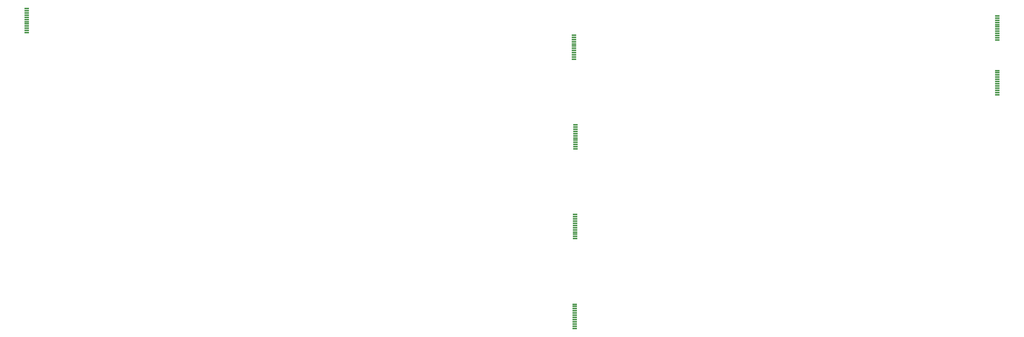
<source format=gtp>
G04 Layer_Color=8421504*
%FSLAX24Y24*%
%MOIN*%
G70*
G01*
G75*
%ADD11R,0.0430X0.0120*%
D11*
X35512Y-3543D02*
D03*
Y-3346D02*
D03*
Y-3150D02*
D03*
Y-2953D02*
D03*
Y-2756D02*
D03*
Y-2559D02*
D03*
Y-2362D02*
D03*
Y-2165D02*
D03*
Y-1969D02*
D03*
Y-1772D02*
D03*
Y-1575D02*
D03*
Y-1378D02*
D03*
X84685Y-5935D02*
D03*
Y-5738D02*
D03*
Y-5541D02*
D03*
Y-5344D02*
D03*
Y-5148D02*
D03*
Y-4951D02*
D03*
Y-4754D02*
D03*
Y-4557D02*
D03*
Y-4360D02*
D03*
Y-4163D02*
D03*
Y-3967D02*
D03*
Y-3770D02*
D03*
X84794Y-14009D02*
D03*
Y-13812D02*
D03*
Y-13615D02*
D03*
Y-13419D02*
D03*
Y-13222D02*
D03*
Y-13025D02*
D03*
Y-12828D02*
D03*
Y-12631D02*
D03*
Y-12434D02*
D03*
Y-12237D02*
D03*
Y-12041D02*
D03*
Y-11844D02*
D03*
X84764Y-22083D02*
D03*
Y-21886D02*
D03*
Y-21689D02*
D03*
Y-21493D02*
D03*
Y-21296D02*
D03*
Y-21099D02*
D03*
Y-20902D02*
D03*
Y-20705D02*
D03*
Y-20508D02*
D03*
Y-20311D02*
D03*
Y-20115D02*
D03*
Y-19918D02*
D03*
X84725Y-30157D02*
D03*
Y-29960D02*
D03*
Y-29763D02*
D03*
Y-29567D02*
D03*
Y-29370D02*
D03*
Y-29173D02*
D03*
Y-28976D02*
D03*
Y-28779D02*
D03*
Y-28582D02*
D03*
Y-28385D02*
D03*
Y-28189D02*
D03*
Y-27992D02*
D03*
X122717Y-4203D02*
D03*
Y-4006D02*
D03*
Y-3809D02*
D03*
Y-3612D02*
D03*
Y-3415D02*
D03*
Y-3218D02*
D03*
Y-3022D02*
D03*
Y-2825D02*
D03*
Y-2628D02*
D03*
Y-2431D02*
D03*
Y-2234D02*
D03*
Y-2037D02*
D03*
X122717Y-9124D02*
D03*
Y-8928D02*
D03*
Y-8731D02*
D03*
Y-8534D02*
D03*
Y-8337D02*
D03*
Y-8140D02*
D03*
Y-7943D02*
D03*
Y-7746D02*
D03*
Y-7550D02*
D03*
Y-7353D02*
D03*
Y-7156D02*
D03*
Y-6959D02*
D03*
M02*

</source>
